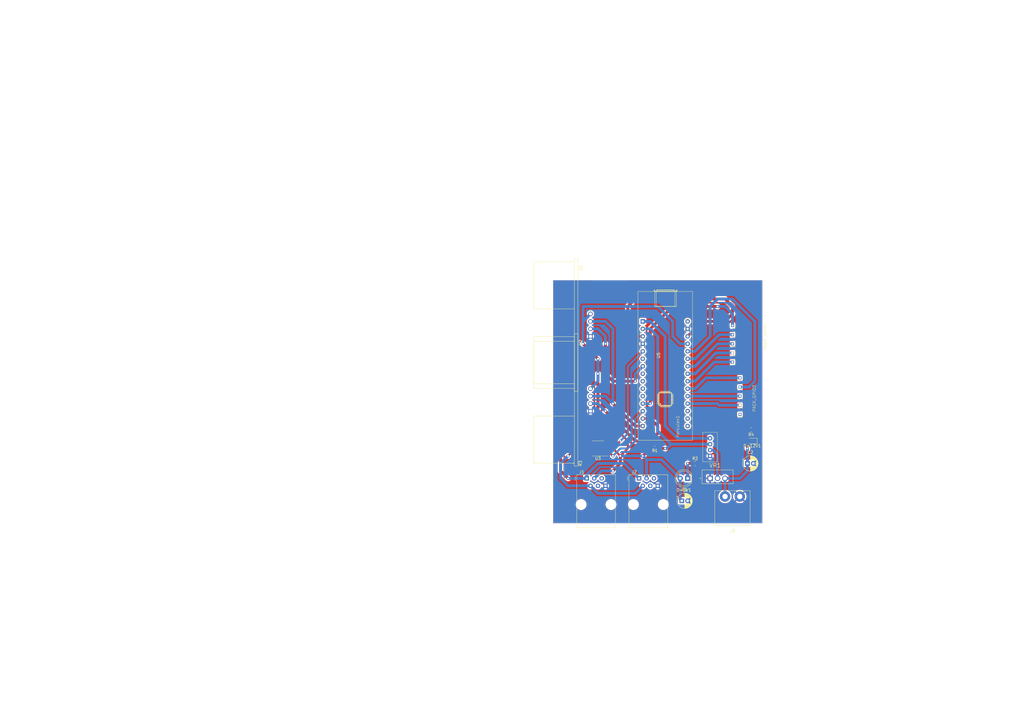
<source format=kicad_pcb>
(kicad_pcb (version 20221018) (generator pcbnew)
  (layers (0 "F.Cu" signal) (31 "B.Cu" signal) (34 "B.Paste" user) (35 "F.Paste" user) (36 "B.SilkS" user "B.Silkscreen") (37 "F.SilkS" user "F.Silkscreen") (38 "B.Mask" user) (39 "F.Mask" user) (44 "Edge.Cuts" user))
  (net 0 "")
  (net 1 "+5V")
  (net 2 "GND")
  (net 3 "+12V")
  (net 4 "Net-(D+5V1-K)")
  (net 5 "Net-(D+12V1-K)")
  (net 6 "+8V")
  (net 7 "TX_Herculex")
  (net 8 "RX_Hercu")
  (net 9 "CANL")
  (net 10 "CANH")
  (net 15 "PA4")
  (net 16 "PA5")
  (net 17 "PA6")
  (net 18 "PA7")
  (net 19 "PA8")
  (net 21 "PA0")
  (net 22 "PA1")
  (net 23 "PA2")
  (net 24 "PA3")
  (net 25 "Net-(U3-Rs)")
  (net 26 "Trig_b4")
  (net 27 "Echo_b7")
  (net 28 "Echo_b5")
  (net 29 "CAN_TX")
  (net 30 "CAN_RX")
  (net 32 "Net-(U5-~{RST}-Pad28)")
  (net 33 "PB0")
  (footprint "Robot:gpio" (layer "F.Cu") (at 218.71 109.97 90)
    (fp_text reference "PACK_GPIO3" (at 0 -0.5 90 unlocked) (layer "F.SilkS") (effects (font (thickness 0.1))))
    (fp_text value "~")
    (pad "1" thru_hole rect (at -5.45 -5.35 90) (size 1 1) (drill 0.65) (layers "*.Cu" "*.Mask"))
    (pad "2" thru_hole rect (at -2.35 -5.35 90) (size 1 1) (drill 0.65) (layers "*.Cu" "*.Mask" "B.SilkS") (net 21 "PA0"))
    (pad "3" thru_hole rect (at 0.75 -5.35 90) (size 1 1) (drill 0.65) (layers "*.Cu" "*.Mask") (net 22 "PA1"))
    (pad "4" thru_hole rect (at 3.85 -5.35 90) (size 1 1) (drill 0.65) (layers "*.Cu" "*.Mask") (net 23 "PA2"))
    (pad "5" thru_hole rect (at 6.95 -5.35 90) (size 1 1) (drill 0.65) (layers "*.Cu" "*.Mask") (net 24 "PA3"))
  )
  (footprint "Robot:RJ12" (layer "F.Cu") (at 161.29 137.16)
    (fp_text reference "J1" (at -1.67 -2.16) (layer "F.SilkS"))
    (fp_text value "RJ_can")
    (pad "" np_thru_hole circle (at -1.91 8.89) (size 3.25 3.25) (drill 3.25) (layers "*.Cu" "*.Mask"))
    (pad "" np_thru_hole circle (at 8.25 8.89) (size 3.25 3.25) (drill 3.25) (layers "*.Cu" "*.Mask"))
    (pad "1" thru_hole rect (at 0 0) (size 1.52 1.52) (drill 0.76) (layers "*.Cu" "*.Mask") (net 9 "CANL"))
    (pad "2" thru_hole circle (at 1.27 2.54) (size 1.52 1.52) (drill 0.76) (layers "*.Cu" "*.Mask") (net 10 "CANH"))
    (pad "3" thru_hole circle (at 2.54 0) (size 1.52 1.52) (drill 0.76) (layers "*.Cu" "*.Mask") (net 1 "+5V"))
    (pad "4" thru_hole circle (at 3.81 2.54) (size 1.52 1.52) (drill 0.76) (layers "*.Cu" "*.Mask"))
    (pad "5" thru_hole circle (at 5.08 0) (size 1.52 1.52) (drill 0.76) (layers "*.Cu" "*.Mask"))
    (pad "6" thru_hole circle (at 6.35 2.54) (size 1.52 1.52) (drill 0.76) (layers "*.Cu" "*.Mask") (net 2 "GND"))
  )
  (footprint "Robot:WR_TBL_3137_2pins" (layer "F.Cu") (at 210.82 147.32)
    (fp_text reference "J3" (at 0 7.62 unlocked) (layer "F.SilkS"))
    (fp_text value "connector_power")
    (pad "1" thru_hole circle (at -2.5325 -4 180) (size 3.58 3.58) (drill 1.8) (layers "*.Cu" "*.Mask") (net 3 "+12V"))
    (pad "2" thru_hole circle (at 2.4675 -4 180) (size 3.58 3.58) (drill 1.8) (layers "*.Cu" "*.Mask") (net 2 "GND"))
  )
  (footprint "LED_SMD:LED_0805_2012Metric" (layer "F.Cu") (at 217.5025 124.46 180)
    (fp_text reference "D+12V1" (at 0 -1.65) (layer "F.SilkS"))
    (fp_text value "LED bleu")
    (pad "1" smd roundrect (at -0.9375 0 180) (size 0.975 1.4) (layers "F.Cu" "F.Paste" "F.Mask") (net 5 "Net-(D+12V1-K)"))
    (pad "2" smd roundrect (at 0.9375 0 180) (size 0.975 1.4) (layers "F.Cu" "F.Paste" "F.Mask") (net 3 "+12V"))
  )
  (footprint "Robot:RJ12" (layer "F.Cu") (at 179.07 137.16)
    (fp_text reference "J2" (at -1.67 -2.16) (layer "F.SilkS"))
    (fp_text value "RJ_can")
    (pad "" np_thru_hole circle (at -1.91 8.89) (size 3.25 3.25) (drill 3.25) (layers "*.Cu" "*.Mask"))
    (pad "" np_thru_hole circle (at 8.25 8.89) (size 3.25 3.25) (drill 3.25) (layers "*.Cu" "*.Mask"))
    (pad "1" thru_hole rect (at 0 0) (size 1.52 1.52) (drill 0.76) (layers "*.Cu" "*.Mask") (net 9 "CANL"))
    (pad "2" thru_hole circle (at 1.27 2.54) (size 1.52 1.52) (drill 0.76) (layers "*.Cu" "*.Mask") (net 10 "CANH"))
    (pad "3" thru_hole circle (at 2.54 0) (size 1.52 1.52) (drill 0.76) (layers "*.Cu" "*.Mask") (net 1 "+5V"))
    (pad "4" thru_hole circle (at 3.81 2.54) (size 1.52 1.52) (drill 0.76) (layers "*.Cu" "*.Mask"))
    (pad "5" thru_hole circle (at 5.08 0) (size 1.52 1.52) (drill 0.76) (layers "*.Cu" "*.Mask"))
    (pad "6" thru_hole circle (at 6.35 2.54) (size 1.52 1.52) (drill 0.76) (layers "*.Cu" "*.Mask") (net 2 "GND"))
  )
  (footprint "Robot:gpio" (layer "F.Cu") (at 216.17 92.19 90)
    (fp_text reference "PACK_GPIO1" (at 3.25 5.85 90 unlocked) (layer "F.SilkS") (effects (font (thickness 0.1))))
    (fp_text value "~")
    (pad "1" thru_hole rect (at -5.45 -5.35 90) (size 1 1) (drill 0.65) (layers "*.Cu" "*.Mask") (net 15 "PA4"))
    (pad "2" thru_hole rect (at -2.35 -5.35 90) (size 1 1) (drill 0.65) (layers "*.Cu" "*.Mask" "B.SilkS") (net 16 "PA5"))
    (pad "3" thru_hole rect (at 0.75 -5.35 90) (size 1 1) (drill 0.65) (layers "*.Cu" "*.Mask") (net 17 "PA6"))
    (pad "4" thru_hole rect (at 3.85 -5.35 90) (size 1 1) (drill 0.65) (layers "*.Cu" "*.Mask") (net 18 "PA7"))
    (pad "5" thru_hole rect (at 6.95 -5.35 90) (size 1 1) (drill 0.65) (layers "*.Cu" "*.Mask") (net 19 "PA8"))
  )
  (footprint "Resistor_SMD:R_0805_2012Metric" (layer "F.Cu") (at 217.17 120.65 180)
    (fp_text reference "R4" (at 0 -1.65) (layer "F.SilkS"))
    (fp_text value "1k")
    (pad "1" smd roundrect (at -0.9125 0 180) (size 1.025 1.4) (layers "F.Cu" "F.Paste" "F.Mask") (roundrect_rratio 0.243902) (net 5 "Net-(D+12V1-K)"))
    (pad "2" smd roundrect (at 0.9125 0 180) (size 1.025 1.4) (layers "F.Cu" "F.Paste" "F.Mask") (roundrect_rratio 0.243902) (net 2 "GND"))
  )
  (footprint "Robot:Nucleo_STM32G431KB" (layer "F.Cu") (at 180.34 83.82)
    (fp_text reference "U5" (at 5.358 11.557 90 unlocked) (layer "F.SilkS"))
    (fp_text value "Nucleo_STM32G431KB")
    (pad "1" thru_hole trapezoid (at 0 0) (size 1.524 1.524) (drill 0.762) (layers "*.Cu" "*.Mask") (net 8 "RX_Hercu"))
    (pad "2" thru_hole circle (at 0 2.54) (size 1.524 1.524) (drill 0.762) (layers "*.Cu" "*.Mask") (net 7 "TX_Herculex"))
    (pad "3" thru_hole circle (at 0 5.08) (size 1.524 1.524) (drill 0.762) (layers "*.Cu" "*.Mask") (net 32 "Net-(U5-~{RST}-Pad28)"))
    (pad "4" thru_hole circle (at 0 7.62) (size 1.524 1.524) (drill 0.762) (layers "*.Cu" "*.Mask") (net 2 "GND"))
    (pad "5" thru_hole circle (at 0 10.16) (size 1.524 1.524) (drill 0.762) (layers "*.Cu" "*.Mask") (net 30 "CAN_RX"))
    (pad "6" thru_hole circle (at 0 12.7) (size 1.524 1.524) (drill 0.762) (layers "*.Cu" "*.Mask") (net 33 "PB0"))
    (pad "7" thru_hole circle (at 0 15.24) (size 1.524 1.524) (drill 0.762) (layers "*.Cu" "*.Mask") (net 27 "Echo_b7"))
    (pad "8" thru_hole circle (at 0 17.78) (size 1.524 1.524) (drill 0.762) (layers "*.Cu" "*.Mask"))
    (pad "9" thru_hole circle (at 0 20.32) (size 1.524 1.524) (drill 0.762) (layers "*.Cu" "*.Mask"))
    (pad "10" thru_hole circle (at 0 22.86) (size 1.524 1.524) (drill 0.762) (layers "*.Cu" "*.Mask"))
    (pad "11" thru_hole circle (at 0 25.4) (size 1.524 1.524) (drill 0.762) (layers "*.Cu" "*.Mask"))
    (pad "12" thru_hole circle (at 0 27.94) (size 1.524 1.524) (drill 0.762) (layers "*.Cu" "*.Mask") (net 19 "PA8"))
    (pad "13" thru_hole circle (at 0 30.48) (size 1.524 1.524) (drill 0.762) (layers "*.Cu" "*.Mask") (net 29 "CAN_TX"))
    (pad "14" thru_hole circle (at 0 33.02) (size 1.524 1.524) (drill 0.762) (layers "*.Cu" "*.Mask") (net 28 "Echo_b5"))
    (pad "15" thru_hole circle (at 0 35.56) (size 1.524 1.524) (drill 0.762) (layers "*.Cu" "*.Mask") (net 26 "Trig_b4"))
    (pad "16" thru_hole circle (at 15.24 35.56) (size 1.524 1.524) (drill 0.762) (layers "*.Cu" "*.Mask"))
    (pad "17" thru_hole circle (at 15.24 33.02) (size 1.524 1.524) (drill 0.762) (layers "*.Cu" "*.Mask"))
    (pad "18" thru_hole circle (at 15.24 30.48) (size 1.524 1.524) (drill 0.762) (layers "*.Cu" "*.Mask"))
    (pad "19" thru_hole circle (at 15.24 27.94) (size 1.524 1.524) (drill 0.762) (layers "*.Cu" "*.Mask") (net 21 "PA0"))
    (pad "20" thru_hole circle (at 15.24 25.4) (size 1.524 1.524) (drill 0.762) (layers "*.Cu" "*.Mask") (net 22 "PA1"))
    (pad "21" thru_hole circle (at 15.24 22.86) (size 1.524 1.524) (drill 0.762) (layers "*.Cu" "*.Mask") (net 24 "PA3"))
    (pad "22" thru_hole circle (at 15.24 20.32) (size 1.524 1.524) (drill 0.762) (layers "*.Cu" "*.Mask") (net 15 "PA4"))
    (pad "23" thru_hole circle (at 15.24 17.78) (size 1.524 1.524) (drill 0.762) (layers "*.Cu" "*.Mask") (net 16 "PA5"))
    (pad "24" thru_hole circle (at 15.24 15.24) (size 1.524 1.524) (drill 0.762) (layers "*.Cu" "*.Mask") (net 17 "PA6"))
    (pad "25" thru_hole circle (at 15.24 12.7) (size 1.524 1.524) (drill 0.762) (layers "*.Cu" "*.Mask") (net 18 "PA7"))
    (pad "26" thru_hole circle (at 15.24 10.16) (size 1.524 1.524) (drill 0.762) (layers "*.Cu" "*.Mask") (net 23 "PA2"))
    (pad "27" thru_hole circle (at 15.24 7.62) (size 1.524 1.524) (drill 0.762) (layers "*.Cu" "*.Mask") (net 1 "+5V"))
    (pad "28" thru_hole circle (at 15.24 5.08) (size 1.524 1.524) (drill 0.762) (layers "*.Cu" "*.Mask") (net 32 "Net-(U5-~{RST}-Pad28)"))
    (pad "29" thru_hole circle (at 15.24 2.54) (size 1.524 1.524) (drill 0.762) (layers "*.Cu" "*.Mask") (net 2 "GND"))
    (pad "30" thru_hole circle (at 15.24 0) (size 1.524 1.524) (drill 0.762) (layers "*.Cu" "*.Mask"))
  )
  (footprint "Package_SO:SOIC-8_3.9x4.9mm_P1.27mm" (layer "F.Cu") (at 165.1 127 180)
    (fp_text reference "U3" (at 0 -3.4) (layer "F.SilkS"))
    (fp_text value "MCP2551-I-SN" (at 0 3.4) (layer "F.Cu"))
    (pad "1" smd roundrect (at -2.475 -1.905 180) (size 1.95 0.6) (layers "F.Cu" "F.Paste" "F.Mask") (net 29 "CAN_TX"))
    (pad "2" smd roundrect (at -2.475 -0.635 180) (size 1.95 0.6) (layers "F.Cu" "F.Paste" "F.Mask") (net 2 "GND"))
    (pad "3" smd roundrect (at -2.475 0.635 180) (size 1.95 0.6) (layers "F.Cu" "F.Paste" "F.Mask") (net 1 "+5V"))
    (pad "4" smd roundrect (at -2.475 1.905 180) (size 1.95 0.6) (layers "F.Cu" "F.Paste" "F.Mask") (net 30 "CAN_RX"))
    (pad "5" smd roundrect (at 2.475 1.905 180) (size 1.95 0.6) (layers "F.Cu" "F.Paste" "F.Mask"))
    (pad "6" smd roundrect (at 2.475 0.635 180) (size 1.95 0.6) (layers "F.Cu" "F.Paste" "F.Mask") (net 9 "CANL"))
    (pad "7" smd roundrect (at 2.475 -0.635 180) (size 1.95 0.6) (layers "F.Cu" "F.Paste" "F.Mask") (net 10 "CANH"))
    (pad "8" smd roundrect (at 2.475 -1.905 180) (size 1.95 0.6) (layers "F.Cu" "F.Paste" "F.Mask") (net 25 "Net-(U3-Rs)"))
  )
  (footprint "Resistor_SMD:R_0805_2012Metric" (layer "F.Cu") (at 157.48 132.08 -90)
    (fp_text reference "R3" (at 0 -1.65 90) (layer "F.SilkS"))
    (fp_text value "R")
    (pad "1" smd roundrect (at -0.9125 0 270) (size 1.025 1.4) (layers "F.Cu" "F.Paste" "F.Mask") (roundrect_rratio 0.243902) (net 25 "Net-(U3-Rs)"))
    (pad "2" smd roundrect (at 0.9125 0 270) (size 1.025 1.4) (layers "F.Cu" "F.Paste" "F.Mask") (roundrect_rratio 0.243902) (net 2 "GND"))
  )
  (footprint "Capacitor_THT:CP_Radial_D5.0mm_P2.00mm" (layer "F.Cu") (at 193.58 144.78)
    (fp_text reference "C1" (at 1 -3.75) (layer "F.SilkS"))
    (fp_text value "C_Polarized")
    (pad "1" thru_hole rect (at 0 0) (size 1.6 1.6) (drill 0.8) (layers "*.Cu" "*.Mask") (net 1 "+5V"))
    (pad "2" thru_hole circle (at 2 0) (size 1.6 1.6) (drill 0.8) (layers "*.Cu" "*.Mask") (net 2 "GND"))
  )
  (footprint "Resistor_SMD:R_0805_2012Metric_Pad1.20x1.40mm_HandSolder" (layer "F.Cu") (at 184.42 127)
    (fp_text reference "R1" (at 0 0.735) (layer "F.SilkS"))
    (fp_text value "4700")
    (pad "1" smd roundrect (at -1 0) (size 1.2 1.4) (layers "F.Cu" "F.Paste" "F.Mask") (roundrect_rratio 0.208333) (net 1 "+5V"))
    (pad "2" smd roundrect (at 1 0) (size 1.2 1.4) (layers "F.Cu" "F.Paste" "F.Mask") (roundrect_rratio 0.208333) (net 7 "TX_Herculex"))
  )
  (footprint "ultrasonic:XCVR_HC-SR04" (layer "F.Cu") (at 162.56 110.49 -90)
    (fp_text reference "U2" (at -19.48505 3.31671 90) (layer "F.SilkS") (effects (font (size 1.00052 1.00052))))
    (fp_text value "HC-SR04")
    (pad "1" thru_hole circle (at -3.81 0 270) (size 1.53 1.53) (drill 1.02) (layers "*.Cu" "*.Mask") (net 1 "+5V"))
    (pad "2" thru_hole circle (at -1.27 0 270) (size 1.53 1.53) (drill 1.02) (layers "*.Cu" "*.Mask") (net 26 "Trig_b4"))
    (pad "3" thru_hole circle (at 1.27 0 270) (size 1.53 1.53) (drill 1.02) (layers "*.Cu" "*.Mask") (net 28 "Echo_b5"))
    (pad "4" thru_hole circle (at 3.81 0 270) (size 1.53 1.53) (drill 1.02) (layers "*.Cu" "*.Mask") (net 2 "GND"))
  )
  (footprint "lm317:TO254P1054X470X1955-3" (layer "F.Cu") (at 205.74 137.16)
    (fp_text reference "VR1" (at -0.835 -4.399) (layer "F.SilkS") (effects (font (size 1.4 1.4))))
    (fp_text value "LM317T/NOPB")
    (pad "1" thru_hole rect (at -2.54 0) (size 1.86 1.86) (drill 1.24) (layers "*.Cu" "*.Mask") (net 2 "GND"))
    (pad "2" thru_hole circle (at 0 0) (size 1.86 1.86) (drill 1.24) (layers "*.Cu" "*.Mask") (net 6 "+8V"))
    (pad "3" thru_hole circle (at 2.54 0) (size 1.86 1.86) (drill 1.24) (layers "*.Cu" "*.Mask") (net 3 "+12V"))
  )
  (footprint "ultrasonic:XCVR_HC-SR04" (layer "F.Cu") (at 162.56 85.09 -90)
    (fp_text reference "U1" (at -19.48505 3.31671 -270) (layer "F.SilkS") (effects (font (size 1.00052 1.00052))))
    (fp_text value "HC-SR04")
    (pad "1" thru_hole circle (at -3.81 0 270) (size 1.53 1.53) (drill 1.02) (layers "*.Cu" "*.Mask") (net 1 "+5V"))
    (pad "2" thru_hole circle (at -1.27 0 270) (size 1.53 1.53) (drill 1.02) (layers "*.Cu" "*.Mask") (net 26 "Trig_b4"))
    (pad "3" thru_hole circle (at 1.27 0 270) (size 1.53 1.53) (drill 1.02) (layers "*.Cu" "*.Mask") (net 27 "Echo_b7"))
    (pad "4" thru_hole circle (at 3.81 0 270) (size 1.53 1.53) (drill 1.02) (layers "*.Cu" "*.Mask") (net 2 "GND"))
  )
  (footprint "LED_THT:LED_D5.0mm" (layer "F.Cu") (at 195.58 137.16 180)
    (fp_text reference "D+5V1" (at 1.27 -3.96) (layer "F.SilkS"))
    (fp_text value "LED")
    (pad "1" thru_hole rect (at 0 0 180) (size 1.8 1.8) (drill 0.9) (layers "*.Cu" "*.Mask") (net 4 "Net-(D+5V1-K)"))
    (pad "2" thru_hole circle (at 2.54 0 180) (size 1.8 1.8) (drill 0.9) (layers "*.Cu" "*.Mask") (net 1 "+5V"))
  )
  (footprint "Hercu:herculex" (layer "F.Cu") (at 192.7 119.54 90)
    (fp_text reference "Herculex1" (at 0 -0.5 90 unlocked) (layer "F.SilkS") (effects (font (thickness 0.1))))
    (fp_text value "~")
    (pad "1" thru_hole circle (at -10 10.5 90) (size 1.524 1.524) (drill 0.762) (layers "*.Cu" "*.Mask") (net 2 "GND"))
    (pad "2" thru_hole circle (at -8 10.5 90) (size 1.524 1.524) (drill 0.762) (layers "*.Cu" "*.Mask") (net 6 "+8V"))
    (pad "3" thru_hole circle (at -6 10.5 90) (size 1.524 1.524) (drill 0.762) (layers "*.Cu" "*.Mask") (net 7 "TX_Herculex"))
    (pad "4" thru_hole circle (at -4 10.5 90) (size 1.524 1.524) (drill 0.762) (layers "*.Cu" "*.Mask") (net 8 "RX_Hercu"))
  )
  (footprint "Capacitor_THT:CP_Radial_D5.0mm_P2.00mm" (layer "F.Cu") (at 215.9 132.08)
    (fp_text reference "C2" (at 1 -3.75) (layer "F.SilkS"))
    (fp_text value "470u")
    (pad "1" thru_hole rect (at 0 0) (size 1.6 1.6) (drill 0.8) (layers "*.Cu" "*.Mask") (net 3 "+12V"))
    (pad "2" thru_hole circle (at 2 0) (size 1.6 1.6) (drill 0.8) (layers "*.Cu" "*.Mask") (net 2 "GND"))
  )
  (footprint "Resistor_SMD:R_0805_2012Metric" (layer "F.Cu") (at 198.12 132.08)
    (fp_text reference "R2" (at 0 -1.65) (layer "F.SilkS"))
    (fp_text value "R")
    (pad "1" smd roundrect (at -0.9125 0) (size 1.025 1.4) (layers "F.Cu" "F.Paste" "F.Mask") (roundrect_rratio 0.243902) (net 4 "Net-(D+5V1-K)"))
    (pad "2" smd roundrect (at 0.9125 0) (size 1.025 1.4) (layers "F.Cu" "F.Paste" "F.Mask") (roundrect_rratio 0.243902) (net 2 "GND"))
  )
  (gr_rect (start 149.86 69.85) (end 220.98 152.4) (stroke (width 0.1)) (fill none) (layer "Edge.Cuts"))
  (gr_text "USB" (at 186.69 72.39) (layer "F.Cu") (effects (font (size 1 1)) (justify left bottom)))
  (gr_text "12V" (at 200.66 144.78) (layer "F.Cu") (effects (font (size 1 1)) (justify left bottom)))
  (gr_text "IO\n2023-AAC\nClaudia & Joel" (at 163.83 74.93) (layer "F.Cu") (effects (font (size 1 1)) (justify left bottom)))
  (segment (start 172.72 132.08) (end 170.18 134.62) (width 1) (layer "F.Cu") (net 1))
  (segment (start 172.72 129.54) (end 175.26 127) (width 0.7) (layer "F.Cu") (net 1))
  (segment (start 175.26 124.46) (end 165.1 114.3) (width 0.7) (layer "F.Cu") (net 1))
  (segment (start 165.1 96.52) (end 160.02 91.44) (width 1) (layer "F.Cu") (net 1))
  (segment (start 167.575 126.365) (end 169.545 126.365) (width 0.7) (layer "F.Cu") (net 1))
  (segment (start 165.1 109.22) (end 165.1 114.3) (width 1) (layer "F.Cu") (net 1))
  (segment (start 172.72 129.54) (end 172.72 132.08) (width 1) (layer "F.Cu") (net 1))
  (segment (start 182.88 127) (end 180.34 129.54) (width 1) (layer "F.Cu") (net 1))
  (segment (start 169.545 126.365) (end 172.72 129.54) (width 0.7) (layer "F.Cu") (net 1))
  (segment (start 165.1 109.22) (end 165.1 101.6) (width 1) (layer "F.Cu") (net 1))
  (segment (start 183.42 127) (end 182.88 127) (width 1) (layer "F.Cu") (net 1))
  (segment (start 175.26 127) (end 175.26 124.46) (width 0.7) (layer "F.Cu") (net 1))
  (via (at 170.18 134.62) (size 1) (drill 0.6) (layers "F.Cu" "B.Cu") (net 1))
  (via (at 172.72 129.54) (size 1) (drill 0.6) (layers "F.Cu" "B.Cu") (net 1))
  (via (at 165.1 96.52) (size 1) (drill 0.6) (layers "F.Cu" "B.Cu") (net 1))
  (via (at 180.34 129.54) (size 1) (drill 0.6) (layers "F.Cu" "B.Cu") (net 1))
  (via (at 160.02 91.44) (size 1) (drill 0.6) (layers "F.Cu" "B.Cu") (net 1))
  (via (at 165.1 101.6) (size 1) (drill 0.6) (layers "F.Cu" "B.Cu") (net 1))
  (segment (start 180.34 129.54) (end 172.72 129.54) (width 1) (layer "B.Cu") (net 1))
  (segment (start 193.04 144.24) (end 193.58 144.78) (width 1) (layer "B.Cu") (net 1))
  (segment (start 181.61 130.81) (end 186.69 130.81) (width 1) (layer "B.Cu") (net 1))
  (segment (start 186.69 130.81) (end 193.04 137.16) (width 1) (layer "B.Cu") (net 1))
  (segment (start 181.61 137.16) (end 181.61 130.81) (width 1) (layer "B.Cu") (net 1))
  (segment (start 185.42 78.74) (end 190.5 83.82) (width 1) (layer "B.Cu") (net 1))
  (segment (start 190.5 88.9) (end 193.04 91.44) (width 1) (layer "B.Cu") (net 1))
  (segment (start 163.83 137.16) (end 166.37 134.62) (width 1) (layer "B.Cu") (net 1))
  (segment (start 165.1 104.14) (end 162.56 106.68) (width 1) (layer "B.Cu") (net 1))
  (segment (start 160.02 83.82) (end 162.56 81.28) (width 1) (layer "B.Cu") (net 1))
  (segment (start 190.5 83.82) (end 190.5 88.9) (width 1) (layer "B.Cu") (net 1))
  (segment (start 193.04 137.16) (end 193.04 144.24) (width 1) (layer "B.Cu") (net 1))
  (segment (start 193.04 91.44) (end 195.58 91.44) (width 1) (layer "B.Cu") (net 1))
  (segment (start 165.1 101.6) (end 165.1 96.52) (width 1) (layer "B.Cu") (net 1))
  (segment (start 160.02 91.44) (end 160.02 83.82) (width 1) (layer "B.Cu") (net 1))
  (segment (start 181.61 130.81) (end 180.34 129.54) (width 1) (layer "B.Cu") (net 1))
  (segment (start 166.37 134.62) (end 170.18 134.62) (width 1) (layer "B.Cu") (net 1))
  (segment (start 165.1 101.6) (end 165.1 104.14) (width 1) (layer "B.Cu") (net 1))
  (segment (start 160.02 78.74) (end 185.42 78.74) (width 1) (layer "B.Cu") (net 1))
  (segment (start 160.02 83.82) (end 160.02 78.74) (width 1) (layer "B.Cu") (net 1))
  (segment (start 215.9 127) (end 215.9 125.125) (width 1) (layer "F.Cu") (net 3))
  (segment (start 215.9 125.125) (end 216.565 124.46) (width 1) (layer "F.Cu") (net 3))
  (via (at 215.9 127) (size 1) (drill 0.6) (layers "F.Cu" "B.Cu") (net 3))
  (segment (start 215.9 134.62) (end 215.9 132.08) (width 1) (layer "B.Cu") (net 3))
  (segment (start 213.36 137.16) (end 215.9 134.62) (width 1) (layer "B.Cu") (net 3))
  (segment (start 215.9 132.08) (end 215.9 129.54) (width 1) (layer "B.Cu") (net 3))
  (segment (start 208.2875 137.1675) (end 208.28 137.16) (width 1) (layer "B.Cu") (net 3))
  (segment (start 208.28 137.16) (end 213.36 137.16) (width 1) (layer "B.Cu") (net 3))
  (segment (start 208.2875 143.32) (end 208.2875 137.1675) (width 1) (layer "B.Cu") (net 3))
  (segment (start 215.9 129.54) (end 215.9 127) (width 1) (layer "B.Cu") (net 3))
  (segment (start 195.58 132.08) (end 197.2075 132.08) (width 1) (layer "F.Cu") (net 4))
  (via (at 195.58 132.08) (size 1) (drill 0.6) (layers "F.Cu" "B.Cu") (net 4))
  (segment (start 195.58 137.16) (end 195.58 132.08) (width 1) (layer "B.Cu") (net 4))
  (segment (start 218.44 121.0075) (end 218.0825 120.65) (width 1) (layer "F.Cu") (net 5))
  (segment (start 218.44 124.46) (end 218.44 121.0075) (width 1) (layer "F.Cu") (net 5))
  (segment (start 205.74 137.16) (end 205.74 129.00237) (width 1) (layer "B.Cu") (net 6))
  (segment (start 205.74 129.00237) (end 204.27763 127.54) (width 1) (layer "B.Cu") (net 6))
  (segment (start 204.27763 127.54) (end 203.2 127.54) (width 1) (layer "B.Cu") (net 6))
  (segment (start 187.96 127) (end 185.42 127) (width 1) (layer "F.Cu") (net 7))
  (via (at 187.96 127) (size 1) (drill 0.6) (layers "F.Cu" "B.Cu") (net 7))
  (segment (start 189.882944 125.54) (end 185.42 121.077056) (width 1) (layer "B.Cu") (net 7))
  (segment (start 185.42 121.077056) (end 185.42 88.9) (width 1) (layer "B.Cu") (net 7))
  (segment (start 203.2 125.54) (end 189.882944 125.54) (width 1) (layer "B.Cu") (net 7))
  (segment (start 188.422944 127) (end 187.96 127) (width 1) (layer "B.Cu") (net 7))
  (segment (start 185.42 88.9) (end 182.88 86.36) (width 1) (layer "B.Cu") (net 7))
  (segment (start 189.882944 125.54) (end 188.422944 127) (width 1) (layer "B.Cu") (net 7))
  (segment (start 182.88 86.36) (end 180.34 86.36) (width 1) (layer "B.Cu") (net 7))
  (segment (start 182.88 83.82) (end 180.34 83.82) (width 1) (layer "B.Cu") (net 8))
  (segment (start 192.12 123.54) (end 187.96 119.38) (width 1) (layer "B.Cu") (net 8))
  (segment (start 187.96 119.38) (end 187.96 88.9) (width 1) (layer "B.Cu") (net 8))
  (segment (start 187.96 88.9) (end 182.88 83.82) (width 1) (layer "B.Cu") (net 8))
  (segment (start 203.2 123.54) (end 192.12 123.54) (width 1) (layer "B.Cu") (net 8))
  (segment (start 152.4 134.62) (end 152.4 129.54) (width 1) (layer "F.Cu") (net 9))
  (segment (start 155.575 126.365) (end 152.4 129.54) (width 0.7) (layer "F.Cu") (net 9))
  (segment (start 154.94 137.16) (end 152.4 134.62) (width 1) (layer "F.Cu") (net 9))
  (segment (start 162.625 126.365) (end 155.575 126.365) (width 0.7) (layer "F.Cu") (net 9))
  (via (at 154.94 137.16) (size 1) (drill 0.6) (layers "F.Cu" "B.Cu") (net 9))
  (segment (start 173.99 132.08) (end 165.1 132.08) (width 1) (layer "B.Cu") (net 9))
  (segment (start 161.29 135.89) (end 161.29 137.16) (width 1) (layer "B.Cu") (net 9))
  (segment (start 179.07 137.16) (end 173.99 132.08) (width 1) (layer "B.Cu") (net 9))
  (segment (start 165.1 132.08) (end 161.29 135.89) (width 1) (layer "B.Cu") (net 9))
  (segment (start 161.29 137.16) (end 154.94 137.16) (width 1) (layer "B.Cu") (net 9))
  (segment (start 162.625 127.635) (end 156.845 127.635) (width 0.7) (layer "F.Cu") (net 10))
  (segment (start 156.845 127.635) (end 154.94 129.54) (width 0.7) (layer "F.Cu") (net 10))
  (via (at 154.94 129.54) (size 1) (drill 0.6) (layers "F.Cu" "B.Cu") (net 10))
  (segment (start 152.4 132.08) (end 154.94 129.54) (width 1) (layer "B.Cu") (net 10))
  (segment (start 162.56 139.7) (end 154.94 139.7) (width 1) (layer "B.Cu") (net 10))
  (segment (start 152.4 137.16) (end 152.4 132.08) (width 1) (layer "B.Cu") (net 10))
  (segment (start 165.1 142.24) (end 162.56 139.7) (width 1) (layer "B.Cu") (net 10))
  (segment (start 154.94 139.7) (end 152.4 137.16) (width 1) (layer "B.Cu") (net 10))
  (segment (start 177.8 142.24) (end 165.1 142.24) (width 1) (layer "B.Cu") (net 10))
  (segment (start 180.34 139.7) (end 177.8 142.24) (width 1) (layer "B.Cu") (net 10))
  (segment (start 210.82 97.64) (end 204.62 97.64) (width 1) (layer "B.Cu") (net 15))
  (segment (start 198.12 104.14) (end 195.58 104.14) (width 1) (layer "B.Cu") (net 15))
  (segment (start 204.62 97.64) (end 198.12 104.14) (width 1) (layer "B.Cu") (net 15))
  (segment (start 205.18 94.54) (end 198.12 101.6) (width 1) (layer "B.Cu") (net 16))
  (segment (start 210.82 94.54) (end 205.18 94.54) (width 1) (layer "B.Cu") (net 16))
  (segment (start 198.12 101.6) (end 195.58 101.6) (width 1) (layer "B.Cu") (net 16))
  (segment (start 198.12 99.06) (end 195.58 99.06) (width 1) (layer "B.Cu") (net 17))
  (segment (start 210.82 91.44) (end 205.74 91.44) (width 1) (layer "B.Cu") (net 17))
  (segment (start 205.74 91.44) (end 198.12 99.06) (width 1) (layer "B.Cu") (net 17))
  (segment (start 206.3 88.34) (end 198.12 96.52) (width 1) (layer "B.Cu") (net 18))
  (segment (start 198.12 96.52) (end 195.58 96.52) (width 1) (layer "B.Cu") (net 18))
  (segment (start 210.82 88.34) (end 206.3 88.34) (width 1) (layer "B.Cu") (net 18))
  (segment (start 182.88 86.36) (end 190.5 78.74) (width 1) (layer "F.Cu") (net 19))
  (segment (start 190.5 78.74) (end 205.74 78.74) (width 1) (layer "F.Cu") (net 19))
  (segment (start 182.88 111.76) (end 182.88 86.36) (width 1) (layer "F.Cu") (net 19))
  (via (at 182.88 111.76) (size 1) (drill 0.6) (layers "F.Cu" "B.Cu") (net 19))
  (via (at 205.74 78.74) (size 1) (drill 0.6) (layers "F.Cu" "B.Cu") (net 19))
  (segment (start 180.34 111.76) (end 182.88 111.76) (width 1) (layer "B.Cu") (net 19))
  (segment (start 208.28 78.74) (end 210.82 81.28) (width 1) (layer "B.Cu") (net 19))
  (segment (start 205.74 78.74) (end 208.28 78.74) (width 1) (layer "B.Cu") (net 19))
  (segment (start 210.82 81.28) (end 210.82 85.24) (width 1) (layer "B.Cu") (net 19))
  (segment (start 206.3 112.32) (end 213.36 112.32) (width 1) (layer "B.Cu") (net 21))
  (segment (start 205.74 111.76) (end 206.3 112.32) (width 1) (layer "B.Cu") (net 21))
  (segment (start 195.58 111.76) (end 205.74 111.76) (width 1) (layer "B.Cu") (net 21))
  (segment (start 213.36 109.22) (end 195.58 109.22) (width 1) (layer "B.Cu") (net 22))
  (segment (start 203.2 88.9) (end 203.2 78.74) (width 1) (layer "B.Cu") (net 23))
  (segment (start 205.74 76.2) (end 210.82 76.2) (width 1) (layer "B.Cu") (net 23))
  (segment (start 203.2 78.74) (end 205.74 76.2) (width 1) (layer "B.Cu") (net 23))
  (segment (start 203.2 88.9) (end 198.12 93.98) (width 1) (layer "B.Cu") (net 23))
  (segment (start 216.46 106.12) (end 218.44 104.14) (width 1) (layer "B.Cu") (net 23))
  (segment (start 213.36 106.12) (end 216.46 106.12) (width 1) (layer "B.Cu") (net 23))
  (segment (start 218.44 83.82) (end 210.82 76.2) (width 1) (layer "B.Cu") (net 23))
  (segment (start 198.12 93.98) (end 195.58 93.98) (width 1) (layer "B.Cu") (net 23))
  (segment (start 218.44 104.14) (end 218.44 83.82) (width 1) (layer "B.Cu") (net 23))
  (segment (start 201.78 103.02) (end 198.12 106.68) (width 1) (layer "B.Cu") (net 24))
  (segment (start 198.12 106.68) (end 195.58 106.68) (width 1) (layer "B.Cu") (net 24))
  (segment (start 213.36 103.02) (end 201.78 103.02) (width 1) (layer "B.Cu") (net 24))
  (segment (start 162.625 128.905) (end 159.7425 128.905) (width 0.7) (layer "F.Cu") (net 25))
  (segment (start 159.7425 128.905) (end 157.48 131.1675) (width 0.7) (layer "F.Cu") (net 25))
  (segment (start 170.18 111.76) (end 177.8 119.38) (width 1) (layer "F.Cu") (net 26))
  (segment (start 177.8 119.38) (end 180.34 119.38) (width 1) (layer "F.Cu") (net 26))
  (via (at 170.18 111.76) (size 1) (drill 0.6) (layers "F.Cu" "B.Cu") (net 26))
  (segment (start 167.64 109.22) (end 170.18 111.76) (width 1) (layer "B.Cu") (net 26))
  (segment (start 170.18 86.36) (end 167.64 83.82) (width 1) (layer "B.Cu") (net 26))
  (segment (start 167.64 83.82) (end 162.56 83.82) (width 1) (layer "B.Cu") (net 26))
  (segment (start 170.18 111.76) (end 170.18 86.36) (width 1) (layer "B.Cu") (net 26))
  (segment (start 162.56 109.22) (end 167.64 109.22) (width 1) (layer "B.Cu") (net 26))
  (segment (start 167.64 101.6) (end 170.18 104.14) (width 1) (layer "F.Cu") (net 27))
  (segment (start 167.64 91.44) (end 167.64 101.6) (width 1) (layer "F.Cu") (net 27))
  (segment (start 170.18 104.14) (end 177.8 104.14) (width 1) (layer "F.Cu") (net 27))
  (via (at 167.64 91.44) (size 1) (drill 0.6) (layers "F.Cu" "B.Cu") (net 27))
  (via (at 177.8 104.14) (size 1) (drill 0.6) (layers "F.Cu" "B.Cu") (net 27))
  (segment (start 177.8 104.14) (end 177.8 101.6) (width 1) (layer "B.Cu") (net 27))
  (segment (start 177.8 101.6) (end 180.34 99.06) (width 1) (layer "B.Cu") (net 27))
  (segment (start 167.64 88.9) (end 167.64 91.44) (width 1) (layer "B.Cu") (net 27))
  (segment (start 162.56 86.36) (end 165.1 86.36) (width 1) (layer "B.Cu") (net 27))
  (segment (start 165.1 86.36) (end 167.64 88.9) (width 1) (layer "B.Cu") (net 27))
  (segment (start 185.42 119.38) (end 182.88 116.84) (width 1) (layer "F.Cu") (net 28))
  (segment (start 182.88 124.46) (end 185.42 121.92) (width 1) (layer "F.Cu") (net 28))
  (segment (start 185.42 121.92) (end 185.42 119.38) (width 1) (layer "F.Cu") (net 28))
  (segment (start 182.88 116.84) (end 180.34 116.84) (width 1) (layer "F.Cu") (net 28))
  (segment (start 177.8 124.46) (end 182.88 124.46) (width 1) (layer "F.Cu") (net 28))
  (segment (start 167.64 114.3) (end 177.8 124.46) (width 1) (layer "F.Cu") (net 28))
  (via (at 167.64 114.3) (size 1) (drill 0.6) (layers "F.Cu" "B.Cu") (net 28))
  (segment (start 165.1 111.76) (end 167.64 114.3) (width 1) (layer "B.Cu") (net 28))
  (segment (start 162.56 111.76) (end 165.1 111.76) (width 1) (layer "B.Cu") (net 28))
  (segment (start 169.545 128.905) (end 170.18 129.54) (width 0.7) (layer "F.Cu") (net 29))
  (segment (start 167.575 128.905) (end 169.545 128.905) (width 0.7) (layer "F.Cu") (net 29))
  (via (at 170.18 129.54) (size 1) (drill 0.6) (layers "F.Cu" "B.Cu") (net 29))
  (segment (start 172.72 127) (end 175.26 127) (width 0.7) (layer "B.Cu") (net 29))
  (segment (start 177.8 116.84) (end 180.34 114.3) (width 0.7) (layer "B.Cu") (net 29))
  (segment (start 177.8 124.46) (end 177.8 116.84) (width 0.7) (layer "B.Cu") (net 29))
  (segment (start 175.26 127) (end 177.8 124.46) (width 0.7) (layer "B.Cu") (net 29))
  (segment (start 170.18 129.54) (end 172.72 127) (width 0.7) (layer "B.Cu") (net 29))
  (segment (start 172.085 125.095) (end 172.72 124.46) (width 0.7) (layer "F.Cu") (net 30))
  (segment (start 167.575 125.095) (end 172.085 125.095) (width 0.7) (layer "F.Cu") (net 30))
  (via (at 172.72 124.46) (size 0.7) (drill 0.5) (layers "F.Cu" "B.Cu") (net 30))
  (segment (start 175.26 121.92) (end 175.26 99.06) (width 0.7) (layer "B.Cu") (net 30))
  (segment (start 175.26 99.06) (end 180.34 93.98) (width 0.7) (layer "B.Cu") (net 30))
  (segment (start 172.72 124.46) (end 175.26 121.92) (width 0.7) (layer "B.Cu") (net 30))
  (segment (start 208.28 76.2) (end 210.82 78.74) (width 1) (layer "F.Cu") (net 32))
  (segment (start 200.66 83.82) (end 195.58 88.9) (width 1) (layer "F.Cu") (net 32))
  (segment (start 177.8 88.9) (end 175.26 86.36) (width 1) (layer "F.Cu") (net 32))
  (segment (start 175.26 86.36) (end 175.26 78.74) (width 1) (layer "F.Cu") (net 32))
  (segment (start 177.8 76.2) (end 208.28 76.2) (width 1) (layer "F.Cu") (net 32))
  (segment (start 175.26 78.74) (end 177.8 76.2) (width 1) (layer "F.Cu") (net 32))
  (segment (start 208.28 83.82) (end 200.66 83.82) (width 1) (layer "F.Cu") (net 32))
  (segment (start 180.34 88.9) (end 177.8 88.9) (width 1) (layer "F.Cu") (net 32))
  (segment (start 210.82 78.74) (end 210.82 81.28) (width 1) (layer "F.Cu") (net 32))
  (segment (start 210.82 81.28) (end 208.28 83.82) (width 1) (layer "F.Cu") (net 32))
  (zone (net 2) (net_name "GND") (layers "F&B.Cu") (name "gnd") (connect_pads (clearance 0.5)) (min_thickness 0.25) (fill yes (thermal_gap 0.5) (thermal_bridge_width 0.5))
    (polygon (pts (xy 309.88 215.9) (xy 309.88 -25.4) (xy -38.1 -25.4) (xy -38.1 215.9)))
  )
)
</source>
